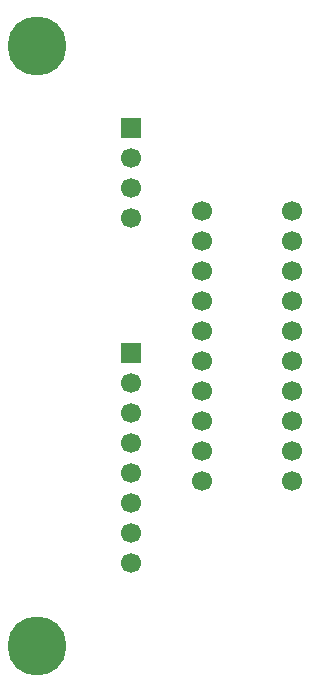
<source format=gbl>
G04 Layer: BottomLayer*
G04 Panelize: , Column: 2, Row: 2, Board Size: 27.94mm x 58.42mm, Panelized Board Size: 57.88mm x 118.84mm*
G04 EasyEDA v6.5.34, 2023-08-01 23:33:27*
G04 b51b2e2071534479880d9ec3b26c503f,5a6b42c53f6a479593ecc07194224c93,10*
G04 Gerber Generator version 0.2*
G04 Scale: 100 percent, Rotated: No, Reflected: No *
G04 Dimensions in millimeters *
G04 leading zeros omitted , absolute positions ,4 integer and 5 decimal *
%FSLAX45Y45*%
%MOMM*%

%AMMACRO1*21,1,$1,$2,0,0,$3*%
%ADD10MACRO1,1.7X1.7X-90.0000*%
%ADD11C,1.7000*%
%ADD12C,5.0000*%

%LPD*%
D10*
G01*
X1179918Y4768888D03*
D11*
G01*
X1179931Y4514875D03*
G01*
X1179931Y4260875D03*
G01*
X1179931Y4006875D03*
D10*
G01*
X1179894Y2860280D03*
D11*
G01*
X1179906Y2606268D03*
G01*
X1179906Y2352268D03*
G01*
X1179906Y2098268D03*
G01*
X1179906Y1844268D03*
G01*
X1179906Y1590268D03*
G01*
X1179906Y1336268D03*
G01*
X1179906Y1082268D03*
D12*
G01*
X381000Y5461000D03*
G01*
X381000Y381000D03*
D11*
G01*
X1778000Y4064000D03*
G01*
X1778000Y3810000D03*
G01*
X1778000Y3556000D03*
G01*
X1778000Y3302000D03*
G01*
X1778000Y3048000D03*
G01*
X1778000Y2794000D03*
G01*
X1778000Y2540000D03*
G01*
X1778000Y2286000D03*
G01*
X1778000Y2032000D03*
G01*
X1778000Y1778000D03*
G01*
X2540000Y1778000D03*
G01*
X2540000Y2032000D03*
G01*
X2540000Y2286000D03*
G01*
X2540000Y2540000D03*
G01*
X2540000Y2794000D03*
G01*
X2540000Y3048000D03*
G01*
X2540000Y3302000D03*
G01*
X2540000Y3556000D03*
G01*
X2540000Y3810000D03*
G01*
X2540000Y4064000D03*
M02*

</source>
